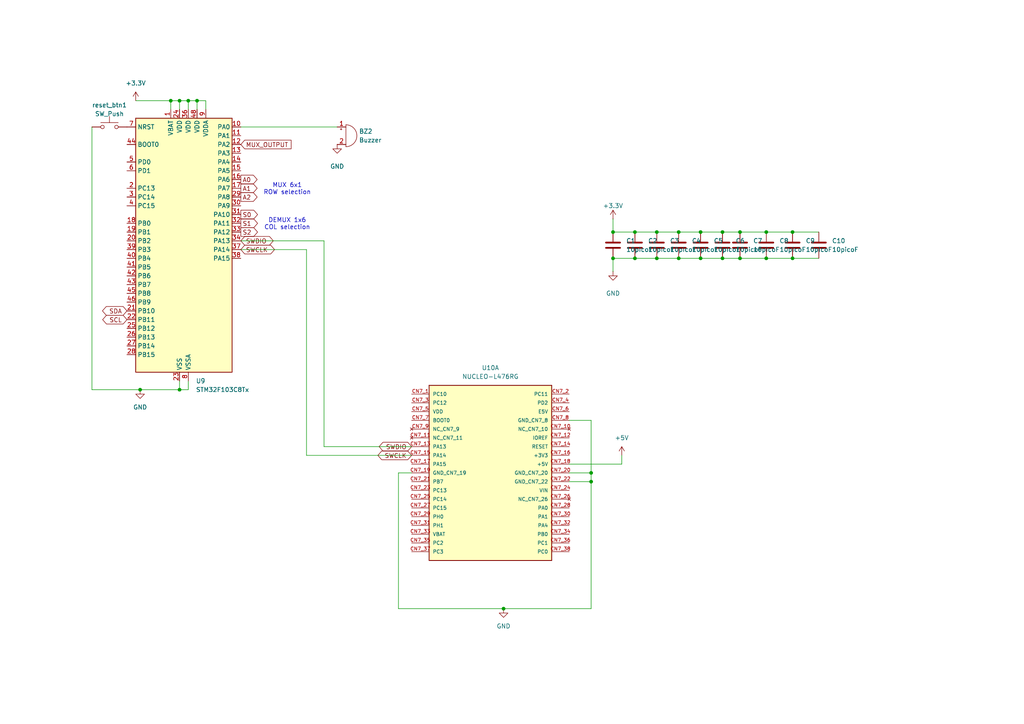
<source format=kicad_sch>
(kicad_sch (version 20231120) (generator "eeschema") (generator_version "8.0")
  (paper "A4")
  (lib_symbols
    (symbol "Device:Buzzer" (pin_names (offset 0.0254) hide)
      (property "Reference" "BZ" (at 3.81 1.27 0))
      (property "Value" "Buzzer" (at 3.81 -1.27 0))
      (symbol "Buzzer_0_1"
        (arc (start 0 -3.175) (mid 3.1612 0) (end 0 3.175))
        (polyline (pts (xy -1.651 1.905) (xy -1.143 1.905)))
        (polyline (pts (xy -1.397 2.159) (xy -1.397 1.651)))
        (polyline (pts (xy 0 3.175) (xy 0 -3.175)))
      )
      (symbol "Buzzer_1_1"
        (pin passive line (at -2.54 2.54 0) (length 2.54) (name "+") (number "1"))
        (pin passive line (at -2.54 -2.54 0) (length 2.54) (name "-") (number "2"))
      )
    )
    (symbol "Device:C" (pin_numbers hide) (pin_names (offset 0.254))
      (property "Reference" "C" (at 0.635 2.54 0))
      (property "Value" "C" (at 0.635 -2.54 0))
      (symbol "C_0_1"
        (polyline (pts (xy -2.032 -0.762) (xy 2.032 -0.762)) (stroke (width 0.508)))
        (polyline (pts (xy -2.032 0.762) (xy 2.032 0.762)) (stroke (width 0.508)))
      )
      (symbol "C_1_1"
        (pin passive line (at 0 3.81 270) (length 2.794) (name "~") (number "1"))
        (pin passive line (at 0 -3.81 90) (length 2.794) (name "~") (number "2"))
      )
    )
    (symbol "MCU_ST_STM32F1:STM32F103C8Tx"
      (property "Reference" "U" (at -12.7 39.37 0))
      (property "Value" "STM32F103C8Tx" (at 10.16 39.37 0))
      (symbol "STM32F103C8Tx_0_1"
        (rectangle (start -12.7 -35.56) (end 15.24 38.1) (stroke (width 0.254)) (fill (type background)))
      )
      (symbol "STM32F103C8Tx_1_1"
        (pin power_in line (at -2.54 40.64 270) (length 2.54) (name "VBAT") (number "1"))
        (pin bidirectional line (at 17.78 35.56 180) (length 2.54) (name "PA0") (number "10"))
        (pin bidirectional line (at 17.78 33.02 180) (length 2.54) (name "PA1") (number "11"))
        (pin bidirectional line (at 17.78 30.48 180) (length 2.54) (name "PA2") (number "12"))
        (pin bidirectional line (at 17.78 27.94 180) (length 2.54) (name "PA3") (number "13"))
        (pin bidirectional line (at 17.78 25.4 180) (length 2.54) (name "PA4") (number "14"))
        (pin bidirectional line (at 17.78 22.86 180) (length 2.54) (name "PA5") (number "15"))
        (pin bidirectional line (at 17.78 20.32 180) (length 2.54) (name "PA6") (number "16"))
        (pin bidirectional line (at 17.78 17.78 180) (length 2.54) (name "PA7") (number "17"))
        (pin bidirectional line (at -15.24 7.62 0) (length 2.54) (name "PB0") (number "18"))
        (pin bidirectional line (at -15.24 5.08 0) (length 2.54) (name "PB1") (number "19"))
        (pin bidirectional line (at -15.24 17.78 0) (length 2.54) (name "PC13") (number "2"))
        (pin bidirectional line (at -15.24 2.54 0) (length 2.54) (name "PB2") (number "20"))
        (pin bidirectional line (at -15.24 -17.78 0) (length 2.54) (name "PB10") (number "21"))
        (pin bidirectional line (at -15.24 -20.32 0) (length 2.54) (name "PB11") (number "22"))
        (pin power_in line (at 0 -38.1 90) (length 2.54) (name "VSS") (number "23"))
        (pin power_in line (at 0 40.64 270) (length 2.54) (name "VDD") (number "24"))
        (pin bidirectional line (at -15.24 -22.86 0) (length 2.54) (name "PB12") (number "25"))
        (pin bidirectional line (at -15.24 -25.4 0) (length 2.54) (name "PB13") (number "26"))
        (pin bidirectional line (at -15.24 -27.94 0) (length 2.54) (name "PB14") (number "27"))
        (pin bidirectional line (at -15.24 -30.48 0) (length 2.54) (name "PB15") (number "28"))
        (pin bidirectional line (at 17.78 15.24 180) (length 2.54) (name "PA8") (number "29"))
        (pin bidirectional line (at -15.24 15.24 0) (length 2.54) (name "PC14") (number "3"))
        (pin bidirectional line (at 17.78 12.7 180) (length 2.54) (name "PA9") (number "30"))
        (pin bidirectional line (at 17.78 10.16 180) (length 2.54) (name "PA10") (number "31"))
        (pin bidirectional line (at 17.78 7.62 180) (length 2.54) (name "PA11") (number "32"))
        (pin bidirectional line (at 17.78 5.08 180) (length 2.54) (name "PA12") (number "33"))
        (pin bidirectional line (at 17.78 2.54 180) (length 2.54) (name "PA13") (number "34"))
        (pin passive line (at 0 -38.1 90) (length 2.54) hide (name "VSS") (number "35"))
        (pin power_in line (at 2.54 40.64 270) (length 2.54) (name "VDD") (number "36"))
        (pin bidirectional line (at 17.78 0 180) (length 2.54) (name "PA14") (number "37"))
        (pin bidirectional line (at 17.78 -2.54 180) (length 2.54) (name "PA15") (number "38"))
        (pin bidirectional line (at -15.24 0 0) (length 2.54) (name "PB3") (number "39"))
        (pin bidirectional line (at -15.24 12.7 0) (length 2.54) (name "PC15") (number "4"))
        (pin bidirectional line (at -15.24 -2.54 0) (length 2.54) (name "PB4") (number "40"))
        (pin bidirectional line (at -15.24 -5.08 0) (length 2.54) (name "PB5") (number "41"))
        (pin bidirectional line (at -15.24 -7.62 0) (length 2.54) (name "PB6") (number "42"))
        (pin bidirectional line (at -15.24 -10.16 0) (length 2.54) (name "PB7") (number "43"))
        (pin input line (at -15.24 30.48 0) (length 2.54) (name "BOOT0") (number "44"))
        (pin bidirectional line (at -15.24 -12.7 0) (length 2.54) (name "PB8") (number "45"))
        (pin bidirectional line (at -15.24 -15.24 0) (length 2.54) (name "PB9") (number "46"))
        (pin passive line (at 0 -38.1 90) (length 2.54) hide (name "VSS") (number "47"))
        (pin power_in line (at 5.08 40.64 270) (length 2.54) (name "VDD") (number "48"))
        (pin bidirectional line (at -15.24 25.4 0) (length 2.54) (name "PD0") (number "5"))
        (pin bidirectional line (at -15.24 22.86 0) (length 2.54) (name "PD1") (number "6"))
        (pin input line (at -15.24 35.56 0) (length 2.54) (name "NRST") (number "7"))
        (pin power_in line (at 2.54 -38.1 90) (length 2.54) (name "VSSA") (number "8"))
        (pin power_in line (at 7.62 40.64 270) (length 2.54) (name "VDDA") (number "9"))
      )
    )
    (symbol "MCU_ST_STM32F1:STM32F103RBTx"
      (property "Reference" "U" (at -15.24 46.99 0))
      (property "Value" "STM32F103RBTx" (at 10.16 46.99 0))
      (symbol "STM32F103RBTx_0_1"
        (rectangle (start -15.24 -43.18) (end 15.24 45.72) (stroke (width 0.254)) (fill (type background)))
      )
      (symbol "STM32F103RBTx_1_1"
        (pin power_in line (at -5.08 48.26 270) (length 2.54) (name "VBAT") (number "1"))
        (pin bidirectional line (at -17.78 17.78 0) (length 2.54) (name "PC2") (number "10"))
        (pin bidirectional line (at -17.78 15.24 0) (length 2.54) (name "PC3") (number "11"))
        (pin power_in line (at 2.54 -45.72 90) (length 2.54) (name "VSSA") (number "12"))
        (pin power_in line (at 7.62 48.26 270) (length 2.54) (name "VDDA") (number "13"))
        (pin bidirectional line (at 17.78 43.18 180) (length 2.54) (name "PA0") (number "14"))
        (pin bidirectional line (at 17.78 40.64 180) (length 2.54) (name "PA1") (number "15"))
        (pin bidirectional line (at 17.78 38.1 180) (length 2.54) (name "PA2") (number "16"))
        (pin bidirectional line (at 17.78 35.56 180) (length 2.54) (name "PA3") (number "17"))
        (pin power_in line (at 0 -45.72 90) (length 2.54) (name "VSS") (number "18"))
        (pin power_in line (at -2.54 48.26 270) (length 2.54) (name "VDD") (number "19"))
        (pin bidirectional line (at -17.78 -10.16 0) (length 2.54) (name "PC13") (number "2"))
        (pin bidirectional line (at 17.78 33.02 180) (length 2.54) (name "PA4") (number "20"))
        (pin bidirectional line (at 17.78 30.48 180) (length 2.54) (name "PA5") (number "21"))
        (pin bidirectional line (at 17.78 27.94 180) (length 2.54) (name "PA6") (number "22"))
        (pin bidirectional line (at 17.78 25.4 180) (length 2.54) (name "PA7") (number "23"))
        (pin bidirectional line (at -17.78 12.7 0) (length 2.54) (name "PC4") (number "24"))
        (pin bidirectional line (at -17.78 10.16 0) (length 2.54) (name "PC5") (number "25"))
        (pin bidirectional line (at 17.78 0 180) (length 2.54) (name "PB0") (number "26"))
        (pin bidirectional line (at 17.78 -2.54 180) (length 2.54) (name "PB1") (number "27"))
        (pin bidirectional line (at 17.78 -5.08 180) (length 2.54) (name "PB2") (number "28"))
        (pin bidirectional line (at 17.78 -25.4 180) (length 2.54) (name "PB10") (number "29"))
        (pin bidirectional line (at -17.78 -12.7 0) (length 2.54) (name "PC14") (number "3"))
        (pin bidirectional line (at 17.78 -27.94 180) (length 2.54) (name "PB11") (number "30"))
        (pin passive line (at 0 -45.72 90) (length 2.54) hide (name "VSS") (number "31"))
        (pin power_in line (at 0 48.26 270) (length 2.54) (name "VDD") (number "32"))
        (pin bidirectional line (at 17.78 -30.48 180) (length 2.54) (name "PB12") (number "33"))
        (pin bidirectional line (at 17.78 -33.02 180) (length 2.54) (name "PB13") (number "34"))
        (pin bidirectional line (at 17.78 -35.56 180) (length 2.54) (name "PB14") (number "35"))
        (pin bidirectional line (at 17.78 -38.1 180) (length 2.54) (name "PB15") (number "36"))
        (pin bidirectional line (at -17.78 7.62 0) (length 2.54) (name "PC6") (number "37"))
        (pin bidirectional line (at -17.78 5.08 0) (length 2.54) (name "PC7") (number "38"))
        (pin bidirectional line (at -17.78 2.54 0) (length 2.54) (name "PC8") (number "39"))
        (pin bidirectional line (at -17.78 -15.24 0) (length 2.54) (name "PC15") (number "4"))
        (pin bidirectional line (at -17.78 0 0) (length 2.54) (name "PC9") (number "40"))
        (pin bidirectional line (at 17.78 22.86 180) (length 2.54) (name "PA8") (number "41"))
        (pin bidirectional line (at 17.78 20.32 180) (length 2.54) (name "PA9") (number "42"))
        (pin bidirectional line (at 17.78 17.78 180) (length 2.54) (name "PA10") (number "43"))
        (pin bidirectional line (at 17.78 15.24 180) (length 2.54) (name "PA11") (number "44"))
        (pin bidirectional line (at 17.78 12.7 180) (length 2.54) (name "PA12") (number "45"))
        (pin bidirectional line (at 17.78 10.16 180) (length 2.54) (name "PA13") (number "46"))
        (pin passive line (at 0 -45.72 90) (length 2.54) hide (name "VSS") (number "47"))
        (pin power_in line (at 2.54 48.26 270) (length 2.54) (name "VDD") (number "48"))
        (pin bidirectional line (at 17.78 7.62 180) (length 2.54) (name "PA14") (number "49"))
        (pin bidirectional line (at -17.78 33.02 0) (length 2.54) (name "PD0") (number "5"))
        (pin bidirectional line (at 17.78 5.08 180) (length 2.54) (name "PA15") (number "50"))
        (pin bidirectional line (at -17.78 -2.54 0) (length 2.54) (name "PC10") (number "51"))
        (pin bidirectional line (at -17.78 -5.08 0) (length 2.54) (name "PC11") (number "52"))
        (pin bidirectional line (at -17.78 -7.62 0) (length 2.54) (name "PC12") (number "53"))
        (pin bidirectional line (at -17.78 27.94 0) (length 2.54) (name "PD2") (number "54"))
        (pin bidirectional line (at 17.78 -7.62 180) (length 2.54) (name "PB3") (number "55"))
        (pin bidirectional line (at 17.78 -10.16 180) (length 2.54) (name "PB4") (number "56"))
        (pin bidirectional line (at 17.78 -12.7 180) (length 2.54) (name "PB5") (number "57"))
        (pin bidirectional line (at 17.78 -15.24 180) (length 2.54) (name "PB6") (number "58"))
        (pin bidirectional line (at 17.78 -17.78 180) (length 2.54) (name "PB7") (number "59"))
        (pin bidirectional line (at -17.78 30.48 0) (length 2.54) (name "PD1") (number "6"))
        (pin input line (at -17.78 38.1 0) (length 2.54) (name "BOOT0") (number "60"))
        (pin bidirectional line (at 17.78 -20.32 180) (length 2.54) (name "PB8") (number "61"))
        (pin bidirectional line (at 17.78 -22.86 180) (length 2.54) (name "PB9") (number "62"))
        (pin passive line (at 0 -45.72 90) (length 2.54) hide (name "VSS") (number "63"))
        (pin power_in line (at 5.08 48.26 270) (length 2.54) (name "VDD") (number "64"))
        (pin input line (at -17.78 43.18 0) (length 2.54) (name "NRST") (number "7"))
        (pin bidirectional line (at -17.78 22.86 0) (length 2.54) (name "PC0") (number "8"))
        (pin bidirectional line (at -17.78 20.32 0) (length 2.54) (name "PC1") (number "9"))
      )
    )
    (symbol "NUCLEO-L476RG:NUCLEO-L476RG" (pin_names (offset 1.016))
      (property "Reference" "U" (at -17.78 26.162 0))
      (property "Value" "NUCLEO-L476RG" (at -17.78 -27.94 0))
      (symbol "NUCLEO-L476RG_1_0"
        (rectangle (start -17.78 -25.4) (end 17.78 25.4) (stroke (width 0.254)) (fill (type background)))
        (pin bidirectional line (at -22.86 22.86 0) (length 5.08) (name "PC10") (number "CN7_1"))
        (pin no_connect line (at 22.86 12.7 180) (length 5.08) (name "NC_CN7_10") (number "CN7_10"))
        (pin no_connect line (at -22.86 10.16 0) (length 5.08) (name "NC_CN7_11") (number "CN7_11"))
        (pin input line (at 22.86 10.16 180) (length 5.08) (name "IOREF") (number "CN7_12"))
        (pin bidirectional line (at -22.86 7.62 0) (length 5.08) (name "PA13") (number "CN7_13"))
        (pin input line (at 22.86 7.62 180) (length 5.08) (name "RESET") (number "CN7_14"))
        (pin bidirectional line (at -22.86 5.08 0) (length 5.08) (name "PA14") (number "CN7_15"))
        (pin power_in line (at 22.86 5.08 180) (length 5.08) (name "+3V3") (number "CN7_16"))
        (pin bidirectional line (at -22.86 2.54 0) (length 5.08) (name "PA15") (number "CN7_17"))
        (pin power_in line (at 22.86 2.54 180) (length 5.08) (name "+5V") (number "CN7_18"))
        (pin power_in line (at -22.86 0 0) (length 5.08) (name "GND_CN7_19") (number "CN7_19"))
        (pin bidirectional line (at 22.86 22.86 180) (length 5.08) (name "PC11") (number "CN7_2"))
        (pin power_in line (at 22.86 0 180) (length 5.08) (name "GND_CN7_20") (number "CN7_20"))
        (pin bidirectional line (at -22.86 -2.54 0) (length 5.08) (name "PB7") (number "CN7_21"))
        (pin power_in line (at 22.86 -2.54 180) (length 5.08) (name "GND_CN7_22") (number "CN7_22"))
        (pin bidirectional line (at -22.86 -5.08 0) (length 5.08) (name "PC13") (number "CN7_23"))
        (pin power_in line (at 22.86 -5.08 180) (length 5.08) (name "VIN") (number "CN7_24"))
        (pin bidirectional line (at -22.86 -7.62 0) (length 5.08) (name "PC14") (number "CN7_25"))
        (pin no_connect line (at 22.86 -7.62 180) (length 5.08) (name "NC_CN7_26") (number "CN7_26"))
        (pin bidirectional line (at -22.86 -10.16 0) (length 5.08) (name "PC15") (number "CN7_27"))
        (pin bidirectional line (at 22.86 -10.16 180) (length 5.08) (name "PA0") (number "CN7_28"))
        (pin bidirectional line (at -22.86 -12.7 0) (length 5.08) (name "PH0") (number "CN7_29"))
        (pin bidirectional line (at -22.86 20.32 0) (length 5.08) (name "PC12") (number "CN7_3"))
        (pin bidirectional line (at 22.86 -12.7 180) (length 5.08) (name "PA1") (number "CN7_30"))
        (pin bidirectional line (at -22.86 -15.24 0) (length 5.08) (name "PH1") (number "CN7_31"))
        (pin bidirectional line (at 22.86 -15.24 180) (length 5.08) (name "PA4") (number "CN7_32"))
        (pin power_in line (at -22.86 -17.78 0) (length 5.08) (name "VBAT") (number "CN7_33"))
        (pin bidirectional line (at 22.86 -17.78 180) (length 5.08) (name "PB0") (number "CN7_34"))
        (pin bidirectional line (at -22.86 -20.32 0) (length 5.08) (name "PC2") (number "CN7_35"))
        (pin bidirectional line (at 22.86 -20.32 180) (length 5.08) (name "PC1") (number "CN7_36"))
        (pin bidirectional line (at -22.86 -22.86 0) (length 5.08) (name "PC3") (number "CN7_37"))
        (pin bidirectional line (at 22.86 -22.86 180) (length 5.08) (name "PC0") (number "CN7_38"))
        (pin bidirectional line (at 22.86 20.32 180) (length 5.08) (name "PD2") (number "CN7_4"))
        (pin power_in line (at -22.86 17.78 0) (length 5.08) (name "VDD") (number "CN7_5"))
        (pin power_in line (at 22.86 17.78 180) (length 5.08) (name "E5V") (number "CN7_6"))
        (pin input line (at -22.86 15.24 0) (length 5.08) (name "BOOT0") (number "CN7_7"))
        (pin power_in line (at 22.86 15.24 180) (length 5.08) (name "GND_CN7_8") (number "CN7_8"))
        (pin no_connect line (at -22.86 12.7 0) (length 5.08) (name "NC_CN7_9") (number "CN7_9"))
      )
      (symbol "NUCLEO-L476RG_2_0"
        (rectangle (start -17.78 -25.4) (end 17.78 25.4) (stroke (width 0.254)) (fill (type background)))
        (pin bidirectional line (at -22.86 22.86 0) (length 5.08) (name "PC9") (number "CN10_1"))
        (pin no_connect line (at 22.86 12.7 180) (length 5.08) (name "NC_CN10_10") (number "CN10_10"))
        (pin bidirectional line (at -22.86 10.16 0) (length 5.08) (name "PA5") (number "CN10_11"))
        (pin bidirectional line (at 22.86 10.16 180) (length 5.08) (name "PA12") (number "CN10_12"))
        (pin bidirectional line (at -22.86 7.62 0) (length 5.08) (name "PA6") (number "CN10_13"))
        (pin bidirectional line (at 22.86 7.62 180) (length 5.08) (name "PA11") (number "CN10_14"))
        (pin bidirectional line (at -22.86 5.08 0) (length 5.08) (name "PA7") (number "CN10_15"))
        (pin bidirectional line (at 22.86 5.08 180) (length 5.08) (name "PB12") (number "CN10_16"))
        (pin bidirectional line (at -22.86 2.54 0) (length 5.08) (name "PB6") (number "CN10_17"))
        (pin bidirectional line (at 22.86 2.54 180) (length 5.08) (name "PB11") (number "CN10_18"))
        (pin bidirectional line (at -22.86 0 0) (length 5.08) (name "PC7") (number "CN10_19"))
        (pin bidirectional line (at 22.86 22.86 180) (length 5.08) (name "PC8") (number "CN10_2"))
        (pin power_in line (at 22.86 0 180) (length 5.08) (name "GND_CN10_20") (number "CN10_20"))
        (pin bidirectional line (at -22.86 -2.54 0) (length 5.08) (name "PA9") (number "CN10_21"))
        (pin bidirectional line (at 22.86 -2.54 180) (length 5.08) (name "PB2") (number "CN10_22"))
        (pin bidirectional line (at -22.86 -5.08 0) (length 5.08) (name "PA8") (number "CN10_23"))
        (pin bidirectional line (at 22.86 -5.08 180) (length 5.08) (name "PB1") (number "CN10_24"))
        (pin bidirectional line (at -22.86 -7.62 0) (length 5.08) (name "PB10") (number "CN10_25"))
        (pin bidirectional line (at 22.86 -7.62 180) (length 5.08) (name "PB15") (number "CN10_26"))
        (pin bidirectional line (at -22.86 -10.16 0) (length 5.08) (name "PB4") (number "CN10_27"))
        (pin bidirectional line (at 22.86 -10.16 180) (length 5.08) (name "PB14") (number "CN10_28"))
        (pin bidirectional line (at -22.86 -12.7 0) (length 5.08) (name "PB5") (number "CN10_29"))
        (pin bidirectional line (at -22.86 20.32 0) (length 5.08) (name "PB8") (number "CN10_3"))
        (pin bidirectional line (at 22.86 -12.7 180) (length 5.08) (name "PB13") (number "CN10_30"))
        (pin bidirectional line (at -22.86 -15.24 0) (length 5.08) (name "PB3") (number "CN10_31"))
        (pin power_in line (at 22.86 -15.24 180) (length 5.08) (name "AGND") (number "CN10_32"))
        (pin bidirectional line (at -22.86 -17.78 0) (length 5.08) (name "PA10") (number "CN10_33"))
        (pin bidirectional line (at 22.86 -17.78 180) (length 5.08) (name "PC4") (number "CN10_34"))
        (pin bidirectional line (at -22.86 -20.32 0) (length 5.08) (name "PA2") (number "CN10_35"))
        (pin no_connect line (at 22.86 -20.32 180) (length 5.08) (name "NC_CN10_36") (number "CN10_36"))
        (pin bidirectional line (at -22.86 -22.86 0) (length 5.08) (name "PA3") (number "CN10_37"))
        (pin no_connect line (at 22.86 -22.86 180) (length 5.08) (name "NC_CN10_38") (number "CN10_38"))
        (pin bidirectional line (at 22.86 20.32 180) (length 5.08) (name "PC6") (number "CN10_4"))
        (pin bidirectional line (at -22.86 17.78 0) (length 5.08) (name "PB9") (number "CN10_5"))
        (pin bidirectional line (at 22.86 17.78 180) (length 5.08) (name "PC5") (number "CN10_6"))
        (pin power_in line (at -22.86 15.24 0) (length 5.08) (name "AVDD") (number "CN10_7"))
        (pin power_in line (at 22.86 15.24 180) (length 5.08) (name "U5V") (number "CN10_8"))
        (pin power_in line (at -22.86 12.7 0) (length 5.08) (name "GND_CN10_9") (number "CN10_9"))
      )
    )
    (symbol "Switch:SW_Push" (pin_numbers hide) (pin_names (offset 1.016) hide)
      (property "Reference" "SW" (at 1.27 2.54 0))
      (property "Value" "SW_Push" (at 0 -1.524 0))
      (symbol "SW_Push_0_1"
        (circle (center -2.032 0) (radius 0.508))
        (polyline (pts (xy 0 1.27) (xy 0 3.048)))
        (polyline (pts (xy 2.54 1.27) (xy -2.54 1.27)))
        (circle (center 2.032 0) (radius 0.508))
        (pin passive line (at -5.08 0 0) (length 2.54) (name "1") (number "1"))
        (pin passive line (at 5.08 0 180) (length 2.54) (name "2") (number "2"))
      )
    )
    (symbol "power:+3.3V" (power) (pin_numbers hide) (pin_names (offset 0) hide)
      (property "Value" "+3.3V" (at 0 3.556 0))
      (symbol "+3.3V_0_1"
        (polyline (pts (xy -0.762 1.27) (xy 0 2.54)))
        (polyline (pts (xy 0 0) (xy 0 2.54)))
        (polyline (pts (xy 0 2.54) (xy 0.762 1.27)))
      )
      (symbol "+3.3V_1_1"
        (pin power_in line (at 0 0 90) (length 0) (name "~") (number "1"))
      )
    )
    (symbol "power:+5V" (power) (pin_numbers hide) (pin_names (offset 0) hide)
      (property "Value" "+5V" (at 0 3.556 0))
      (symbol "+5V_0_1"
        (polyline (pts (xy -0.762 1.27) (xy 0 2.54)))
        (polyline (pts (xy 0 0) (xy 0 2.54)))
        (polyline (pts (xy 0 2.54) (xy 0.762 1.27)))
      )
      (symbol "+5V_1_1"
        (pin power_in line (at 0 0 90) (length 0) (name "~") (number "1"))
      )
    )
    (symbol "power:GND" (power) (pin_numbers hide) (pin_names (offset 0) hide)
      (property "Value" "GND" (at 0 -3.81 0))
      (symbol "GND_0_1"
        (polyline (pts (xy 0 0) (xy 0 -1.27) (xy 1.27 -1.27) (xy 0 -2.54) (xy -1.27 -1.27) (xy 0 -1.27)))
      )
      (symbol "GND_1_1"
        (pin power_in line (at 0 0 270) (length 0) (name "~") (number "1"))
      )
    )
  )
  (junction (at 95.25 -106.68))
  (junction (at 49.53 29.21))
  (junction (at 105.41 -106.68))
  (junction (at 196.85 67.31))
  (junction (at 229.87 67.31))
  (junction (at 177.8 67.31))
  (junction (at 196.85 74.93))
  (junction (at 222.25 67.31))
  (junction (at 203.2 67.31))
  (junction (at 209.55 74.93))
  (junction (at 52.07 113.03))
  (junction (at 229.87 74.93))
  (junction (at 214.63 67.31))
  (junction (at 203.2 74.93))
  (junction (at 177.8 74.93))
  (junction (at 100.33 -12.7))
  (junction (at 171.45 137.16))
  (junction (at 146.05 176.53))
  (junction (at 100.33 -106.68))
  (junction (at 190.5 74.93))
  (junction (at 102.87 -106.68))
  (junction (at 40.64 113.03))
  (junction (at 184.15 74.93))
  (junction (at 184.15 67.31))
  (junction (at 97.79 -106.68))
  (junction (at 190.5 67.31))
  (junction (at 57.15 29.21))
  (junction (at 222.25 74.93))
  (junction (at 214.63 74.93))
  (junction (at 52.07 29.21))
  (junction (at 209.55 67.31))
  (junction (at 95.25 -12.7))
  (junction (at 171.45 139.7))
  (junction (at 54.61 29.21))
  (wire (pts (xy 54.61 113.03) (xy 54.61 110.49)))
  (wire (pts (xy 165.1 137.16) (xy 171.45 137.16)))
  (wire (pts (xy 229.87 74.93) (xy 237.49 74.93)))
  (wire (pts (xy 88.9 132.08) (xy 119.38 132.08)))
  (wire (pts (xy 26.67 113.03) (xy 40.64 113.03)))
  (wire (pts (xy 72.39 -12.7) (xy 72.39 -101.6)))
  (wire (pts (xy 54.61 29.21) (xy 57.15 29.21)))
  (wire (pts (xy 184.15 67.31) (xy 190.5 67.31)))
  (wire (pts (xy 26.67 36.83) (xy 26.67 113.03)))
  (wire (pts (xy 171.45 121.92) (xy 171.45 137.16)))
  (wire (pts (xy 177.8 74.93) (xy 184.15 74.93)))
  (wire (pts (xy 165.1 139.7) (xy 171.45 139.7)))
  (wire (pts (xy 39.37 29.21) (xy 49.53 29.21)))
  (wire (pts (xy 40.64 113.03) (xy 52.07 113.03)))
  (wire (pts (xy 52.07 29.21) (xy 54.61 29.21)))
  (wire (pts (xy 80.01 -106.68) (xy 95.25 -106.68)))
  (wire (pts (xy 222.25 67.31) (xy 229.87 67.31)))
  (wire (pts (xy 80.01 -110.49) (xy 80.01 -106.68)))
  (wire (pts (xy 177.8 74.93) (xy 177.8 78.74)))
  (wire (pts (xy 52.07 113.03) (xy 54.61 113.03)))
  (wire (pts (xy 214.63 67.31) (xy 222.25 67.31)))
  (wire (pts (xy 52.07 31.75) (xy 52.07 29.21)))
  (wire (pts (xy 118.11 -66.04) (xy 127 -66.04)))
  (wire (pts (xy 180.34 134.62) (xy 180.34 132.08)))
  (wire (pts (xy 102.87 -106.68) (xy 105.41 -106.68)))
  (wire (pts (xy 100.33 -106.68) (xy 102.87 -106.68)))
  (wire (pts (xy 209.55 67.31) (xy 214.63 67.31)))
  (wire (pts (xy 97.79 -106.68) (xy 100.33 -106.68)))
  (wire (pts (xy 49.53 29.21) (xy 49.53 31.75)))
  (wire (pts (xy 93.98 129.54) (xy 119.38 129.54)))
  (wire (pts (xy 57.15 29.21) (xy 59.69 29.21)))
  (wire (pts (xy 119.38 137.16) (xy 115.57 137.16)))
  (wire (pts (xy 118.11 -83.82) (xy 146.05 -83.82)))
  (wire (pts (xy 171.45 139.7) (xy 171.45 176.53)))
  (wire (pts (xy 52.07 110.49) (xy 52.07 113.03)))
  (wire (pts (xy 95.25 -12.7) (xy 100.33 -12.7)))
  (wire (pts (xy 165.1 121.92) (xy 171.45 121.92)))
  (wire (pts (xy 190.5 67.31) (xy 196.85 67.31)))
  (wire (pts (xy 171.45 176.53) (xy 146.05 176.53)))
  (wire (pts (xy 59.69 31.75) (xy 59.69 29.21)))
  (wire (pts (xy 49.53 29.21) (xy 52.07 29.21)))
  (wire (pts (xy 214.63 74.93) (xy 222.25 74.93)))
  (wire (pts (xy 229.87 67.31) (xy 237.49 67.31)))
  (wire (pts (xy 196.85 67.31) (xy 203.2 67.31)))
  (wire (pts (xy 69.85 36.83) (xy 97.79 36.83)))
  (wire (pts (xy 54.61 31.75) (xy 54.61 29.21)))
  (wire (pts (xy 115.57 137.16) (xy 115.57 176.53)))
  (wire (pts (xy 100.33 -12.7) (xy 102.87 -12.7)))
  (wire (pts (xy 184.15 74.93) (xy 190.5 74.93)))
  (wire (pts (xy 203.2 67.31) (xy 209.55 67.31)))
  (wire (pts (xy 209.55 74.93) (xy 214.63 74.93)))
  (wire (pts (xy 165.1 134.62) (xy 180.34 134.62)))
  (wire (pts (xy 88.9 72.39) (xy 88.9 132.08)))
  (wire (pts (xy 69.85 72.39) (xy 88.9 72.39)))
  (wire (pts (xy 118.11 -68.58) (xy 127 -68.58)))
  (wire (pts (xy 203.2 74.93) (xy 209.55 74.93)))
  (wire (pts (xy 171.45 137.16) (xy 171.45 139.7)))
  (wire (pts (xy 196.85 74.93) (xy 203.2 74.93)))
  (wire (pts (xy 95.25 -12.7) (xy 72.39 -12.7)))
  (wire (pts (xy 115.57 176.53) (xy 146.05 176.53)))
  (wire (pts (xy 69.85 69.85) (xy 93.98 69.85)))
  (wire (pts (xy 177.8 63.5) (xy 177.8 67.31)))
  (wire (pts (xy 190.5 74.93) (xy 196.85 74.93)))
  (wire (pts (xy 57.15 31.75) (xy 57.15 29.21)))
  (wire (pts (xy 222.25 74.93) (xy 229.87 74.93)))
  (wire (pts (xy 93.98 69.85) (xy 93.98 129.54)))
  (wire (pts (xy 105.41 -106.68) (xy 107.95 -106.68)))
  (wire (pts (xy 177.8 67.31) (xy 184.15 67.31)))
  (wire (pts (xy 95.25 -106.68) (xy 97.79 -106.68)))
  (text "DEMUX 6x1\nROW selection" (at 136.652 -96.52 0) (effects (font (size 1.27 1.27))))
  (text "MUX 6x1\nROW selection" (at 83.312 54.864 0) (effects (font (size 1.27 1.27))))
  (text "MUX 1x6\nCOL selection" (at 68.834 -75.946 0) (effects (font (size 1.27 1.27))))
  (text "DEMUX 1x6\nCOL selection" (at 83.312 65.024 0) (effects (font (size 1.27 1.27))))
  (global_label "DEMUX_OUTPUT" (shape input) (at 118.11 -88.9 0) (property "Intersheetrefs" "${INTERSHEET_REFS}" (effects (hide yes))))
  (global_label "S1" (shape output) (at 82.55 -76.2 180) (property "Intersheetrefs" "${INTERSHEET_REFS}" (effects (hide yes))))
  (global_label "SDA" (shape bidirectional) (at 36.83 90.17 180) (property "Intersheetrefs" "${INTERSHEET_REFS}" (effects (hide yes))))
  (global_label "A0" (shape output) (at 118.11 -96.52 0) (property "Intersheetrefs" "${INTERSHEET_REFS}" (effects (hide yes))))
  (global_label "SWD0" (shape bidirectional) (at 118.11 -86.36 0) (property "Intersheetrefs" "${INTERSHEET_REFS}" (effects (hide yes))))
  (global_label "SCL" (shape bidirectional) (at 36.83 92.71 180) (property "Intersheetrefs" "${INTERSHEET_REFS}" (effects (hide yes))))
  (global_label "A0" (shape output) (at 69.85 52.07 0) (property "Intersheetrefs" "${INTERSHEET_REFS}" (effects (hide yes))))
  (global_label "S2" (shape output) (at 69.85 67.31 0) (property "Intersheetrefs" "${INTERSHEET_REFS}" (effects (hide yes))))
  (global_label "A2" (shape output) (at 69.85 57.15 0) (property "Intersheetrefs" "${INTERSHEET_REFS}" (effects (hide yes))))
  (global_label "SWCLK" (shape bidirectional) (at 69.85 72.39 0) (property "Intersheetrefs" "${INTERSHEET_REFS}" (effects (hide yes))))
  (global_label "SDA" (shape bidirectional) (at 127 -68.58 0) (property "Intersheetrefs" "${INTERSHEET_REFS}" (effects (hide yes))))
  (global_label "A1" (shape output) (at 69.85 54.61 0) (property "Intersheetrefs" "${INTERSHEET_REFS}" (effects (hide yes))))
  (global_label "A1" (shape output) (at 118.11 -93.98 0) (property "Intersheetrefs" "${INTERSHEET_REFS}" (effects (hide yes))))
  (global_label "S2" (shape output) (at 82.55 -73.66 180) (property "Intersheetrefs" "${INTERSHEET_REFS}" (effects (hide yes))))
  (global_label "SWDIO" (shape bidirectional) (at 69.85 69.85 0) (property "Intersheetrefs" "${INTERSHEET_REFS}" (effects (hide yes))))
  (global_label "S0" (shape output) (at 82.55 -78.74 180) (property "Intersheetrefs" "${INTERSHEET_REFS}" (effects (hide yes))))
  (global_label "MUX_OUTPUT" (shape input) (at 69.85 41.91 0) (property "Intersheetrefs" "${INTERSHEET_REFS}" (effects (hide yes))))
  (global_label "S1" (shape output) (at 69.85 64.77 0) (property "Intersheetrefs" "${INTERSHEET_REFS}" (effects (hide yes))))
  (global_label "SCL" (shape bidirectional) (at 127 -66.04 0) (property "Intersheetrefs" "${INTERSHEET_REFS}" (effects (hide yes))))
  (global_label "S0" (shape output) (at 69.85 62.23 0) (property "Intersheetrefs" "${INTERSHEET_REFS}" (effects (hide yes))))
  (global_label "A2" (shape output) (at 118.11 -91.44 0) (property "Intersheetrefs" "${INTERSHEET_REFS}" (effects (hide yes))))
  (global_label "SWDIO" (shape bidirectional) (at 119.38 129.54 180) (property "Intersheetrefs" "${INTERSHEET_REFS}" (effects (hide yes))))
  (global_label "SWCLK" (shape bidirectional) (at 119.38 132.08 180) (property "Intersheetrefs" "${INTERSHEET_REFS}" (effects (hide yes))))
  (symbol (lib_id "Device:C") (at 214.63 71.12 0) (unit 1)
    (property "Reference" "C7" (at 218.44 69.8499 0) (effects (justify left)))
    (property "Value" "10picoF" (at 218.44 72.3899 0) (effects (justify left)))
    (property "Footprint" "Capacitor_SMD:C_0201_0603Metric" (effects (hide yes)))
    (property "Description" "Unpolarized capacitor" (effects (hide yes)))
  )
  (symbol (lib_id "NUCLEO-L476RG:NUCLEO-L476RG") (at 142.24 137.16 0) (unit 1)
    (property "Reference" "U10" (at 142.24 106.68 0))
    (property "Value" "NUCLEO-L476RG" (at 142.24 109.22 0))
    (property "Footprint" "NUCLEO-L476RG:MODULE_NUCLEO-L476RG" (effects (hide yes)))
    (property "MF" "STMicroelectronics" (effects (hide yes)))
    (property "Description_1" "\nSTM32L476RG, mbed-Enabled Development Nucleo-64 STM32L4 ARM® Cortex®-M4 MCU 32-Bit Embedded Evaluation Board\n" (effects (hide yes)))
    (property "Package" "None" (effects (hide yes)))
    (property "Price" "None" (effects (hide yes)))
    (property "Check_prices" "https://www.snapeda.com/parts/NUCLEO-L476RG/STMicroelectronics/view-part/?ref=eda" (effects (hide yes)))
    (property "STANDARD" "Manufacturer Recommendations" (effects (hide yes)))
    (property "PARTREV" "15" (effects (hide yes)))
    (property "SnapEDA_Link" "https://www.snapeda.com/parts/NUCLEO-L476RG/STMicroelectronics/view-part/?ref=snap" (effects (hide yes)))
    (property "MP" "NUCLEO-L476RG" (effects (hide yes)))
    (property "Purchase-URL" "https://www.snapeda.com/api/url_track_click_mouser/?unipart_id=214577&manufacturer=STMicroelectronics&part_name=NUCLEO-L476RG&search_term=None" (effects (hide yes)))
    (property "Availability" "In Stock" (effects (hide yes)))
    (property "MANUFACTURER" "STmicroelectronics" (effects (hide yes)))
  )
  (symbol (lib_id "Device:C") (at 190.5 71.12 0) (unit 1)
    (property "Reference" "C3" (at 194.31 69.8499 0) (effects (justify left)))
    (property "Value" "10picoF" (at 194.31 72.3899 0) (effects (justify left)))
    (property "Footprint" "Capacitor_SMD:C_0201_0603Metric" (effects (hide yes)))
    (property "Description" "Unpolarized capacitor" (effects (hide yes)))
  )
  (symbol (lib_id "Device:C") (at 237.49 71.12 0) (unit 1)
    (property "Reference" "C10" (at 241.3 69.8499 0) (effects (justify left)))
    (property "Value" "10picoF" (at 241.3 72.3899 0) (effects (justify left)))
    (property "Footprint" "Capacitor_SMD:C_0201_0603Metric" (effects (hide yes)))
    (property "Description" "Unpolarized capacitor" (effects (hide yes)))
  )
  (symbol (lib_id "power:GND") (at 146.05 -78.74 0) (unit 1)
    (property "Reference" "#PWR013" (effects (hide yes)))
    (property "Value" "GND" (at 146.05 -72.39 0))
    (property "Description" "Power symbol creates a global label with name \"GND\" , ground" (effects (hide yes)))
  )
  (symbol (lib_id "Switch:SW_Push") (at 31.75 36.83 0) (unit 1)
    (property "Reference" "reset_btn1" (at 31.75 30.48 0))
    (property "Value" "SW_Push" (at 31.75 33.02 0))
    (property "Footprint" "Button_Switch_SMD:SW_Push_1P1T_NO_CK_PTS125Sx43PSMTR" (effects (hide yes)))
    (property "Description" "Push button switch, generic, two pins" (effects (hide yes)))
  )
  (symbol (lib_id "Device:C") (at 222.25 71.12 0) (unit 1)
    (property "Reference" "C8" (at 226.06 69.8499 0) (effects (justify left)))
    (property "Value" "10picoF" (at 226.06 72.3899 0) (effects (justify left)))
    (property "Footprint" "Capacitor_SMD:C_0201_0603Metric" (effects (hide yes)))
    (property "Description" "Unpolarized capacitor" (effects (hide yes)))
  )
  (symbol (lib_id "Device:C") (at 177.8 71.12 0) (unit 1)
    (property "Reference" "C1" (at 181.61 69.8499 0) (effects (justify left)))
    (property "Value" "10picoF" (at 181.61 72.3899 0) (effects (justify left)))
    (property "Footprint" "Capacitor_SMD:C_0201_0603Metric" (effects (hide yes)))
    (property "Description" "Unpolarized capacitor" (effects (hide yes)))
  )
  (symbol (lib_id "power:+5V") (at 180.34 132.08 0) (unit 1)
    (property "Reference" "#PWR029" (effects (hide yes)))
    (property "Value" "+5V" (at 180.34 127 0))
    (property "Description" "Power symbol creates a global label with name \"+5V\"" (effects (hide yes)))
  )
  (symbol (lib_id "Device:C") (at 229.87 71.12 0) (unit 1)
    (property "Reference" "C9" (at 233.68 69.8499 0) (effects (justify left)))
    (property "Value" "10picoF" (at 233.68 72.3899 0) (effects (justify left)))
    (property "Footprint" "Capacitor_SMD:C_0201_0603Metric" (effects (hide yes)))
    (property "Description" "Unpolarized capacitor" (effects (hide yes)))
  )
  (symbol (lib_id "MCU_ST_STM32F1:STM32F103RBTx") (at 100.33 -58.42 0) (unit 1)
    (property "Reference" "U8" (at 105.0641 -12.7 0) (effects (justify left)))
    (property "Value" "STM32F103RBTx" (at 105.0641 -10.16 0) (effects (justify left)))
    (property "Footprint" "Package_QFP:LQFP-64_10x10mm_P0.5mm" (effects (hide yes)))
    (property "Datasheet" "https://www.st.com/resource/en/datasheet/stm32f103rb.pdf" (effects (hide yes)))
    (property "Description" "STMicroelectronics Arm Cortex-M3 MCU, 128KB flash, 20KB RAM, 72 MHz, 2.0-3.6V, 51 GPIO, LQFP64" (effects (hide yes)))
  )
  (symbol (lib_id "power:GND") (at 97.79 41.91 0) (unit 1)
    (property "Reference" "#PWR027" (effects (hide yes)))
    (property "Value" "GND" (at 97.79 48.26 0))
    (property "Description" "Power symbol creates a global label with name \"GND\" , ground" (effects (hide yes)))
  )
  (symbol (lib_id "power:GND") (at 95.25 -12.7 0) (unit 1)
    (property "Reference" "#PWR010" (effects (hide yes)))
    (property "Value" "GND" (at 95.25 -7.62 0))
    (property "Description" "Power symbol creates a global label with name \"GND\" , ground" (effects (hide yes)))
  )
  (symbol (lib_id "Device:Buzzer") (at 100.33 39.37 0) (unit 1)
    (property "Reference" "BZ2" (at 104.14 38.0999 0) (effects (justify left)))
    (property "Value" "Buzzer" (at 104.14 40.6399 0) (effects (justify left)))
    (property "Footprint" "Buzzer_Beeper:Buzzer_TDK_PS1240P02BT_D12.2mm_H6.5mm" (effects (hide yes)))
    (property "Description" "Buzzer, polarized" (effects (hide yes)))
  )
  (symbol (lib_id "Device:C") (at 203.2 71.12 0) (unit 1)
    (property "Reference" "C5" (at 207.01 69.8499 0) (effects (justify left)))
    (property "Value" "10picoF" (at 207.01 72.3899 0) (effects (justify left)))
    (property "Footprint" "Capacitor_SMD:C_0201_0603Metric" (effects (hide yes)))
    (property "Description" "Unpolarized capacitor" (effects (hide yes)))
  )
  (symbol (lib_id "Device:C") (at 184.15 71.12 0) (unit 1)
    (property "Reference" "C2" (at 187.96 69.8499 0) (effects (justify left)))
    (property "Value" "10picoF" (at 187.96 72.3899 0) (effects (justify left)))
    (property "Footprint" "Capacitor_SMD:C_0201_0603Metric" (effects (hide yes)))
    (property "Description" "Unpolarized capacitor" (effects (hide yes)))
  )
  (symbol (lib_id "power:GND") (at 177.8 78.74 0) (unit 1)
    (property "Reference" "#PWR012" (effects (hide yes)))
    (property "Value" "GND" (at 177.8 85.09 0))
    (property "Description" "Power symbol creates a global label with name \"GND\" , ground" (effects (hide yes)))
  )
  (symbol (lib_id "power:+3.3V") (at 80.01 -110.49 0) (unit 1)
    (property "Reference" "#PWR09" (effects (hide yes)))
    (property "Value" "+3.3V" (at 80.01 -114.3 0))
    (property "Description" "Power symbol creates a global label with name \"+3.3V\"" (effects (hide yes)))
  )
  (symbol (lib_id "Device:C") (at 196.85 71.12 0) (unit 1)
    (property "Reference" "C4" (at 200.66 69.8499 0) (effects (justify left)))
    (property "Value" "10picoF" (at 200.66 72.3899 0) (effects (justify left)))
    (property "Footprint" "Capacitor_SMD:C_0201_0603Metric" (effects (hide yes)))
    (property "Description" "Unpolarized capacitor" (effects (hide yes)))
  )
  (symbol (lib_id "power:GND") (at 40.64 113.03 0) (unit 1)
    (property "Reference" "#PWR022" (effects (hide yes)))
    (property "Value" "GND" (at 40.64 118.11 0))
    (property "Description" "Power symbol creates a global label with name \"GND\" , ground" (effects (hide yes)))
  )
  (symbol (lib_id "MCU_ST_STM32F1:STM32F103C8Tx") (at 52.07 72.39 0) (unit 1)
    (property "Reference" "U9" (at 56.8041 110.49 0) (effects (justify left)))
    (property "Value" "STM32F103C8Tx" (at 56.8041 113.03 0) (effects (justify left)))
    (property "Footprint" "Package_QFP:LQFP-48_7x7mm_P0.5mm" (effects (hide yes)))
    (property "Datasheet" "https://www.st.com/resource/en/datasheet/stm32f103c8.pdf" (effects (hide yes)))
    (property "Description" "STMicroelectronics Arm Cortex-M3 MCU, 64KB flash, 20KB RAM, 72 MHz, 2.0-3.6V, 37 GPIO, LQFP48" (effects (hide yes)))
  )
  (symbol (lib_id "power:+3.3V") (at 39.37 29.21 0) (unit 1)
    (property "Reference" "#PWR023" (effects (hide yes)))
    (property "Value" "+3.3V" (at 39.37 24.13 0))
    (property "Description" "Power symbol creates a global label with name \"+3.3V\"" (effects (hide yes)))
  )
  (symbol (lib_id "Device:C") (at 209.55 71.12 0) (unit 1)
    (property "Reference" "C6" (at 213.36 69.8499 0) (effects (justify left)))
    (property "Value" "10picoF" (at 213.36 72.3899 0) (effects (justify left)))
    (property "Footprint" "Capacitor_SMD:C_0201_0603Metric" (effects (hide yes)))
    (property "Description" "Unpolarized capacitor" (effects (hide yes)))
  )
  (symbol (lib_id "Switch:SW_Push") (at 77.47 -101.6 0) (unit 1)
    (property "Reference" "SW1" (at 77.47 -107.95 0))
    (property "Value" "SW_Push" (at 77.47 -105.41 0))
    (property "Footprint" "Button_Switch_SMD:SW_Push_1P1T_NO_CK_PTS125Sx43PSMTR" (effects (hide yes)))
    (property "Description" "Push button switch, generic, two pins" (effects (hide yes)))
    (instances (project "keybaord" (path "" (reference "SW1") (unit 1))) (project "Projet ELEC" (path "" (reference "reset_btn1") (unit 1))))
  )
  (symbol (lib_id "power:+3.3V") (at 177.8 63.5 0) (unit 1)
    (property "Reference" "#PWR011" (effects (hide yes)))
    (property "Value" "+3.3V" (at 177.8 59.69 0))
    (property "Description" "Power symbol creates a global label with name \"+3.3V\"" (effects (hide yes)))
  )
  (symbol (lib_id "Device:Buzzer") (at 148.59 -81.28 0) (unit 1)
    (property "Reference" "BZ1" (at 152.4 -82.5501 0) (effects (justify left)))
    (property "Value" "Buzzer" (at 152.4 -80.0101 0) (effects (justify left)))
    (property "Footprint" "Buzzer_Beeper:Buzzer_TDK_PS1240P02BT_D12.2mm_H6.5mm" (effects (hide yes)))
    (property "Description" "Buzzer, polarized" (effects (hide yes)))
  )
  (symbol (lib_id "power:GND") (at 146.05 176.53 0) (unit 1)
    (property "Reference" "#PWR028" (effects (hide yes)))
    (property "Value" "GND" (at 146.05 181.61 0))
    (property "Description" "Power symbol creates a global label with name \"GND\" , ground" (effects (hide yes)))
  )
)
</source>
